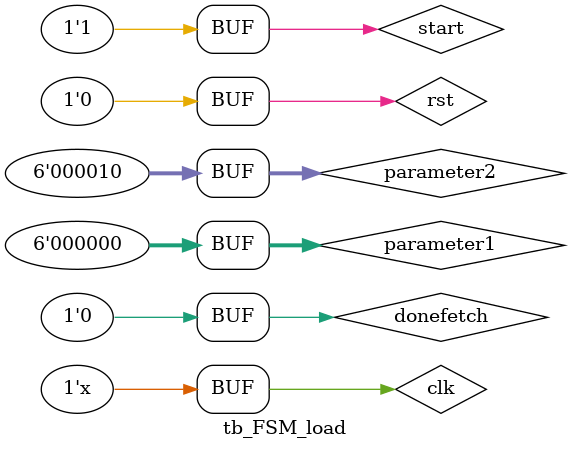
<source format=v>
`timescale 10ns/1ns
module tb_FSM_load;
    
reg clk,rst,start,donefetch;
reg [5:0] parameter1, parameter2;
wire r1in, r2in, r3in,P0in,R0OutEn,R1OutEn,R2OutEn,R3OutEn,P0OutEn,Regiout,Regjin,MARin,MDR_tobusin,MDROutEn,EN,RW,done;


    load moore_load(clk,rst,donefetch,start,parameter1, parameter2,r0in, r1in, r2in, r3in,P0in,R0OutEn,R1OutEn,R2OutEn,R3OutEn,P0OutEn,Regiout,Regjin,MARin,MDR_tobusin,MDROutEn,EN,RW,done);

 initial begin 
             clk=0;
             start=0;
             donefetch=0;
             rst=0;
             #7 rst = 1;
             #7 rst=0;   
             #20 start = 1;
             
             parameter1=6'b000000;
             parameter2=6'b000010;
             
           end
    always #5 clk=~clk;
    
  
endmodule






</source>
